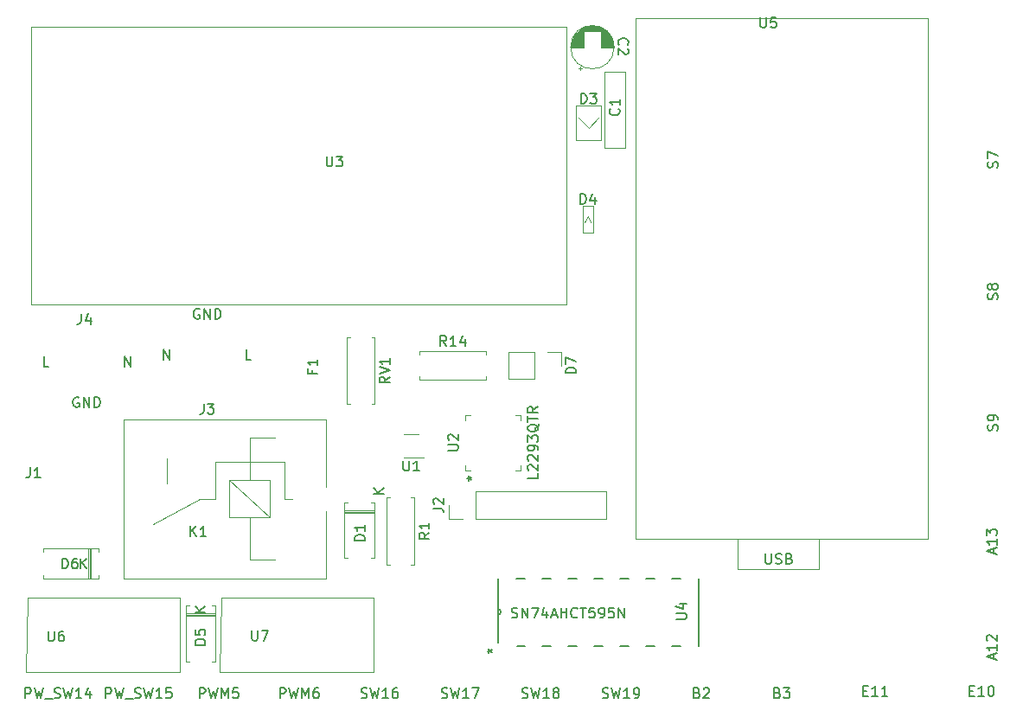
<source format=gbr>
G04 #@! TF.GenerationSoftware,KiCad,Pcbnew,5.1.5+dfsg1-2build2*
G04 #@! TF.CreationDate,2022-04-02T18:44:24-05:00*
G04 #@! TF.ProjectId,caden_final,63616465-6e5f-4666-996e-616c2e6b6963,rev?*
G04 #@! TF.SameCoordinates,Original*
G04 #@! TF.FileFunction,Legend,Top*
G04 #@! TF.FilePolarity,Positive*
%FSLAX46Y46*%
G04 Gerber Fmt 4.6, Leading zero omitted, Abs format (unit mm)*
G04 Created by KiCad (PCBNEW 5.1.5+dfsg1-2build2) date 2022-04-02 18:44:24*
%MOMM*%
%LPD*%
G04 APERTURE LIST*
%ADD10C,0.120000*%
%ADD11C,0.152400*%
%ADD12C,0.150000*%
G04 APERTURE END LIST*
D10*
X112560100Y-30187900D02*
X112560100Y-29692539D01*
X112560100Y-24777700D02*
X112064739Y-24777700D01*
X107149900Y-24777700D02*
X107149900Y-25273061D01*
X107149900Y-30187900D02*
X107645261Y-30187900D01*
X112064739Y-30187900D02*
X112560100Y-30187900D01*
X112560100Y-25273061D02*
X112560100Y-24777700D01*
X107645261Y-24777700D02*
X107149900Y-24777700D01*
X107149900Y-29692539D02*
X107149900Y-30187900D01*
X120793000Y1349500D02*
X122793000Y1349500D01*
X122793000Y1349500D02*
X122793000Y8849500D01*
X122793000Y8849500D02*
X120793000Y8849500D01*
X120793000Y8849500D02*
X120793000Y1349500D01*
X121690500Y11227500D02*
G75*
G03X121690500Y11227500I-2120000J0D01*
G01*
X120410500Y11227500D02*
X121650500Y11227500D01*
X117490500Y11227500D02*
X118730500Y11227500D01*
X120410500Y11267500D02*
X121650500Y11267500D01*
X117490500Y11267500D02*
X118730500Y11267500D01*
X120410500Y11307500D02*
X121649500Y11307500D01*
X117491500Y11307500D02*
X118730500Y11307500D01*
X117493500Y11347500D02*
X118730500Y11347500D01*
X120410500Y11347500D02*
X121647500Y11347500D01*
X117496500Y11387500D02*
X118730500Y11387500D01*
X120410500Y11387500D02*
X121644500Y11387500D01*
X117499500Y11427500D02*
X118730500Y11427500D01*
X120410500Y11427500D02*
X121641500Y11427500D01*
X117503500Y11467500D02*
X118730500Y11467500D01*
X120410500Y11467500D02*
X121637500Y11467500D01*
X117508500Y11507500D02*
X118730500Y11507500D01*
X120410500Y11507500D02*
X121632500Y11507500D01*
X117514500Y11547500D02*
X118730500Y11547500D01*
X120410500Y11547500D02*
X121626500Y11547500D01*
X117520500Y11587500D02*
X118730500Y11587500D01*
X120410500Y11587500D02*
X121620500Y11587500D01*
X117528500Y11627500D02*
X118730500Y11627500D01*
X120410500Y11627500D02*
X121612500Y11627500D01*
X117536500Y11667500D02*
X118730500Y11667500D01*
X120410500Y11667500D02*
X121604500Y11667500D01*
X117545500Y11707500D02*
X118730500Y11707500D01*
X120410500Y11707500D02*
X121595500Y11707500D01*
X117554500Y11747500D02*
X118730500Y11747500D01*
X120410500Y11747500D02*
X121586500Y11747500D01*
X117565500Y11787500D02*
X118730500Y11787500D01*
X120410500Y11787500D02*
X121575500Y11787500D01*
X117576500Y11827500D02*
X118730500Y11827500D01*
X120410500Y11827500D02*
X121564500Y11827500D01*
X117588500Y11867500D02*
X118730500Y11867500D01*
X120410500Y11867500D02*
X121552500Y11867500D01*
X117602500Y11907500D02*
X118730500Y11907500D01*
X120410500Y11907500D02*
X121538500Y11907500D01*
X117616500Y11948500D02*
X118730500Y11948500D01*
X120410500Y11948500D02*
X121524500Y11948500D01*
X117630500Y11988500D02*
X118730500Y11988500D01*
X120410500Y11988500D02*
X121510500Y11988500D01*
X117646500Y12028500D02*
X118730500Y12028500D01*
X120410500Y12028500D02*
X121494500Y12028500D01*
X117663500Y12068500D02*
X118730500Y12068500D01*
X120410500Y12068500D02*
X121477500Y12068500D01*
X117681500Y12108500D02*
X118730500Y12108500D01*
X120410500Y12108500D02*
X121459500Y12108500D01*
X117700500Y12148500D02*
X118730500Y12148500D01*
X120410500Y12148500D02*
X121440500Y12148500D01*
X117719500Y12188500D02*
X118730500Y12188500D01*
X120410500Y12188500D02*
X121421500Y12188500D01*
X117740500Y12228500D02*
X118730500Y12228500D01*
X120410500Y12228500D02*
X121400500Y12228500D01*
X117762500Y12268500D02*
X118730500Y12268500D01*
X120410500Y12268500D02*
X121378500Y12268500D01*
X117785500Y12308500D02*
X118730500Y12308500D01*
X120410500Y12308500D02*
X121355500Y12308500D01*
X117810500Y12348500D02*
X118730500Y12348500D01*
X120410500Y12348500D02*
X121330500Y12348500D01*
X117835500Y12388500D02*
X118730500Y12388500D01*
X120410500Y12388500D02*
X121305500Y12388500D01*
X117862500Y12428500D02*
X118730500Y12428500D01*
X120410500Y12428500D02*
X121278500Y12428500D01*
X117890500Y12468500D02*
X118730500Y12468500D01*
X120410500Y12468500D02*
X121250500Y12468500D01*
X117920500Y12508500D02*
X118730500Y12508500D01*
X120410500Y12508500D02*
X121220500Y12508500D01*
X117951500Y12548500D02*
X118730500Y12548500D01*
X120410500Y12548500D02*
X121189500Y12548500D01*
X117983500Y12588500D02*
X118730500Y12588500D01*
X120410500Y12588500D02*
X121157500Y12588500D01*
X118018500Y12628500D02*
X118730500Y12628500D01*
X120410500Y12628500D02*
X121122500Y12628500D01*
X118054500Y12668500D02*
X118730500Y12668500D01*
X120410500Y12668500D02*
X121086500Y12668500D01*
X118092500Y12708500D02*
X118730500Y12708500D01*
X120410500Y12708500D02*
X121048500Y12708500D01*
X118132500Y12748500D02*
X118730500Y12748500D01*
X120410500Y12748500D02*
X121008500Y12748500D01*
X118174500Y12788500D02*
X118730500Y12788500D01*
X120410500Y12788500D02*
X120966500Y12788500D01*
X118219500Y12828500D02*
X120921500Y12828500D01*
X118266500Y12868500D02*
X120874500Y12868500D01*
X118316500Y12908500D02*
X120824500Y12908500D01*
X118370500Y12948500D02*
X120770500Y12948500D01*
X118428500Y12988500D02*
X120712500Y12988500D01*
X118490500Y13028500D02*
X120650500Y13028500D01*
X118557500Y13068500D02*
X120583500Y13068500D01*
X118630500Y13108500D02*
X120510500Y13108500D01*
X118711500Y13148500D02*
X120429500Y13148500D01*
X118802500Y13188500D02*
X120338500Y13188500D01*
X118906500Y13228500D02*
X120234500Y13228500D01*
X119033500Y13268500D02*
X120107500Y13268500D01*
X119200500Y13308500D02*
X119940500Y13308500D01*
X118375500Y8957699D02*
X118375500Y9357699D01*
X118175500Y9157699D02*
X118575500Y9157699D01*
X120389500Y5510000D02*
X120389500Y2110000D01*
X120389500Y2110000D02*
X117989500Y2110000D01*
X117989500Y2110000D02*
X117989500Y5510000D01*
X117989500Y5510000D02*
X120389500Y5510000D01*
X120189500Y4310000D02*
X119189500Y3310000D01*
X119189500Y3310000D02*
X118189500Y4310000D01*
X118626000Y-6913500D02*
X118626000Y-4313500D01*
X118626000Y-4313500D02*
X119626000Y-4313500D01*
X119626000Y-4313500D02*
X119626000Y-6913500D01*
X119626000Y-6913500D02*
X118626000Y-6913500D01*
X118826000Y-5913500D02*
X119126000Y-5313500D01*
X119126000Y-5313500D02*
X119426000Y-5913500D01*
X111319000Y-18609000D02*
X111319000Y-21269000D01*
X113919000Y-18609000D02*
X111319000Y-18609000D01*
X113919000Y-21269000D02*
X111319000Y-21269000D01*
X113919000Y-18609000D02*
X113919000Y-21269000D01*
X115189000Y-18609000D02*
X116519000Y-18609000D01*
X116519000Y-18609000D02*
X116519000Y-19939000D01*
X120900500Y-34921500D02*
X120900500Y-32261500D01*
X108140500Y-34921500D02*
X120900500Y-34921500D01*
X108140500Y-32261500D02*
X120900500Y-32261500D01*
X108140500Y-34921500D02*
X108140500Y-32261500D01*
X106870500Y-34921500D02*
X105540500Y-34921500D01*
X105540500Y-34921500D02*
X105540500Y-33591500D01*
X93475000Y-31820000D02*
X93475000Y-25220000D01*
X93475000Y-40820000D02*
X93475000Y-34220000D01*
X93475000Y-40820000D02*
X73675000Y-40820000D01*
X73675000Y-40820000D02*
X73675000Y-25220000D01*
X73675000Y-25220000D02*
X93475000Y-25220000D01*
X77925000Y-31520000D02*
X77925000Y-29020000D01*
X88525000Y-26970000D02*
X86025000Y-26970000D01*
X89425000Y-32970000D02*
X90225000Y-32970000D01*
X86025000Y-38970000D02*
X88525000Y-38970000D01*
X82625000Y-32970000D02*
X81125000Y-32970000D01*
X81125000Y-32970000D02*
X76525000Y-35470000D01*
X82625000Y-29370000D02*
X89425000Y-29370000D01*
X82625000Y-32970000D02*
X82625000Y-29370000D01*
X89425000Y-32970000D02*
X89425000Y-29370000D01*
X86025000Y-38970000D02*
X86025000Y-34770000D01*
X86025000Y-31170000D02*
X86025000Y-26970000D01*
X84025000Y-31170000D02*
X88025000Y-34770000D01*
X88025000Y-31170000D02*
X88025000Y-34770000D01*
X88025000Y-34770000D02*
X84025000Y-34770000D01*
X84025000Y-34770000D02*
X84025000Y-31170000D01*
X84025000Y-31170000D02*
X88025000Y-31170000D01*
X101814500Y-32861500D02*
X102144500Y-32861500D01*
X102144500Y-32861500D02*
X102144500Y-39401500D01*
X102144500Y-39401500D02*
X101814500Y-39401500D01*
X99734500Y-32861500D02*
X99404500Y-32861500D01*
X99404500Y-32861500D02*
X99404500Y-39401500D01*
X99404500Y-39401500D02*
X99734500Y-39401500D01*
X102648000Y-18899000D02*
X102648000Y-18569000D01*
X102648000Y-18569000D02*
X109188000Y-18569000D01*
X109188000Y-18569000D02*
X109188000Y-18899000D01*
X102648000Y-20979000D02*
X102648000Y-21309000D01*
X102648000Y-21309000D02*
X109188000Y-21309000D01*
X109188000Y-21309000D02*
X109188000Y-20979000D01*
X95531000Y-23717000D02*
X95861000Y-23717000D01*
X95531000Y-17177000D02*
X95531000Y-23717000D01*
X95861000Y-17177000D02*
X95531000Y-17177000D01*
X98271000Y-23717000D02*
X97941000Y-23717000D01*
X98271000Y-17177000D02*
X98271000Y-23717000D01*
X97941000Y-17177000D02*
X98271000Y-17177000D01*
X101128600Y-28947600D02*
X103028600Y-28947600D01*
X102528600Y-26627600D02*
X101128600Y-26627600D01*
X64630000Y-13970000D02*
X117030000Y-13970000D01*
X117030000Y-13970000D02*
X117030000Y13230000D01*
X117030000Y13230000D02*
X64630000Y13230000D01*
X64630000Y13230000D02*
X64630000Y-13970000D01*
D11*
X129984500Y-47371000D02*
X129984500Y-40767000D01*
X128193431Y-40767000D02*
X127330569Y-40767000D01*
X110299500Y-40767000D02*
X110299500Y-47097835D01*
X112232440Y-47371000D02*
X112953431Y-47371000D01*
X114630569Y-47371000D02*
X115493431Y-47371000D01*
X117170569Y-47371000D02*
X118033431Y-47371000D01*
X119710569Y-47371000D02*
X120573431Y-47371000D01*
X122250569Y-47371000D02*
X123113431Y-47371000D01*
X124790569Y-47371000D02*
X125653431Y-47371000D01*
X127330569Y-47371000D02*
X128193431Y-47371000D01*
X125653431Y-40767000D02*
X124790569Y-40767000D01*
X123113431Y-40767000D02*
X122250569Y-40767000D01*
X120573431Y-40767000D02*
X119710569Y-40767000D01*
X118033431Y-40767000D02*
X117170569Y-40767000D01*
X115493431Y-40767000D02*
X114630569Y-40767000D01*
X112953431Y-40767000D02*
X112090569Y-40767000D01*
X110299500Y-44373800D02*
G75*
G03X110299500Y-43764200I0J304800D01*
G01*
D10*
X64261000Y-42674500D02*
X64131000Y-49974500D01*
X79191000Y-42694500D02*
X64261000Y-42674500D01*
X79191000Y-49974500D02*
X79191000Y-42694500D01*
X64131000Y-49974500D02*
X79191000Y-49974500D01*
X83117500Y-49962000D02*
X98177500Y-49962000D01*
X98177500Y-49962000D02*
X98177500Y-42682000D01*
X98177500Y-42682000D02*
X83247500Y-42662000D01*
X83247500Y-42662000D02*
X83117500Y-49962000D01*
X97914000Y-33348000D02*
X98244000Y-33348000D01*
X98244000Y-33348000D02*
X98244000Y-38788000D01*
X98244000Y-38788000D02*
X97914000Y-38788000D01*
X95634000Y-33348000D02*
X95304000Y-33348000D01*
X95304000Y-33348000D02*
X95304000Y-38788000D01*
X95304000Y-38788000D02*
X95634000Y-38788000D01*
X98244000Y-34248000D02*
X95304000Y-34248000D01*
X98244000Y-34368000D02*
X95304000Y-34368000D01*
X98244000Y-34128000D02*
X95304000Y-34128000D01*
X82686500Y-44224500D02*
X79746500Y-44224500D01*
X82686500Y-44464500D02*
X79746500Y-44464500D01*
X82686500Y-44344500D02*
X79746500Y-44344500D01*
X79746500Y-48884500D02*
X80076500Y-48884500D01*
X79746500Y-43444500D02*
X79746500Y-48884500D01*
X80076500Y-43444500D02*
X79746500Y-43444500D01*
X82686500Y-48884500D02*
X82356500Y-48884500D01*
X82686500Y-43444500D02*
X82686500Y-48884500D01*
X82356500Y-43444500D02*
X82686500Y-43444500D01*
X71236500Y-40446500D02*
X71236500Y-40776500D01*
X71236500Y-40776500D02*
X65796500Y-40776500D01*
X65796500Y-40776500D02*
X65796500Y-40446500D01*
X71236500Y-38166500D02*
X71236500Y-37836500D01*
X71236500Y-37836500D02*
X65796500Y-37836500D01*
X65796500Y-37836500D02*
X65796500Y-38166500D01*
X70336500Y-40776500D02*
X70336500Y-37836500D01*
X70216500Y-40776500D02*
X70216500Y-37836500D01*
X70456500Y-40776500D02*
X70456500Y-37836500D01*
X123779000Y-36903000D02*
X123779000Y14097000D01*
X123779000Y14097000D02*
X152400000Y14097000D01*
X152400000Y14097000D02*
X152400000Y-36877600D01*
X152400000Y-36880800D02*
X123779000Y-36903000D01*
X141779000Y-36903000D02*
X141779000Y-39903000D01*
X141779000Y-39903000D02*
X133779000Y-39903000D01*
X133779000Y-39903000D02*
X133779000Y-36903000D01*
D12*
X105433880Y-28244704D02*
X106243404Y-28244704D01*
X106338642Y-28197085D01*
X106386261Y-28149466D01*
X106433880Y-28054228D01*
X106433880Y-27863752D01*
X106386261Y-27768514D01*
X106338642Y-27720895D01*
X106243404Y-27673276D01*
X105433880Y-27673276D01*
X105529119Y-27244704D02*
X105481500Y-27197085D01*
X105433880Y-27101847D01*
X105433880Y-26863752D01*
X105481500Y-26768514D01*
X105529119Y-26720895D01*
X105624357Y-26673276D01*
X105719595Y-26673276D01*
X105862452Y-26720895D01*
X106433880Y-27292323D01*
X106433880Y-26673276D01*
X114244380Y-30482800D02*
X114244380Y-30958990D01*
X113244380Y-30958990D01*
X113339619Y-30197085D02*
X113292000Y-30149466D01*
X113244380Y-30054228D01*
X113244380Y-29816133D01*
X113292000Y-29720895D01*
X113339619Y-29673276D01*
X113434857Y-29625657D01*
X113530095Y-29625657D01*
X113672952Y-29673276D01*
X114244380Y-30244704D01*
X114244380Y-29625657D01*
X113339619Y-29244704D02*
X113292000Y-29197085D01*
X113244380Y-29101847D01*
X113244380Y-28863752D01*
X113292000Y-28768514D01*
X113339619Y-28720895D01*
X113434857Y-28673276D01*
X113530095Y-28673276D01*
X113672952Y-28720895D01*
X114244380Y-29292323D01*
X114244380Y-28673276D01*
X114244380Y-28197085D02*
X114244380Y-28006609D01*
X114196761Y-27911371D01*
X114149142Y-27863752D01*
X114006285Y-27768514D01*
X113815809Y-27720895D01*
X113434857Y-27720895D01*
X113339619Y-27768514D01*
X113292000Y-27816133D01*
X113244380Y-27911371D01*
X113244380Y-28101847D01*
X113292000Y-28197085D01*
X113339619Y-28244704D01*
X113434857Y-28292323D01*
X113672952Y-28292323D01*
X113768190Y-28244704D01*
X113815809Y-28197085D01*
X113863428Y-28101847D01*
X113863428Y-27911371D01*
X113815809Y-27816133D01*
X113768190Y-27768514D01*
X113672952Y-27720895D01*
X113244380Y-27387561D02*
X113244380Y-26768514D01*
X113625333Y-27101847D01*
X113625333Y-26958990D01*
X113672952Y-26863752D01*
X113720571Y-26816133D01*
X113815809Y-26768514D01*
X114053904Y-26768514D01*
X114149142Y-26816133D01*
X114196761Y-26863752D01*
X114244380Y-26958990D01*
X114244380Y-27244704D01*
X114196761Y-27339942D01*
X114149142Y-27387561D01*
X114339619Y-25673276D02*
X114292000Y-25768514D01*
X114196761Y-25863752D01*
X114053904Y-26006609D01*
X114006285Y-26101847D01*
X114006285Y-26197085D01*
X114244380Y-26149466D02*
X114196761Y-26244704D01*
X114101523Y-26339942D01*
X113911047Y-26387561D01*
X113577714Y-26387561D01*
X113387238Y-26339942D01*
X113292000Y-26244704D01*
X113244380Y-26149466D01*
X113244380Y-25958990D01*
X113292000Y-25863752D01*
X113387238Y-25768514D01*
X113577714Y-25720895D01*
X113911047Y-25720895D01*
X114101523Y-25768514D01*
X114196761Y-25863752D01*
X114244380Y-25958990D01*
X114244380Y-26149466D01*
X113244380Y-25435180D02*
X113244380Y-24863752D01*
X114244380Y-25149466D02*
X113244380Y-25149466D01*
X114244380Y-23958990D02*
X113768190Y-24292323D01*
X114244380Y-24530419D02*
X113244380Y-24530419D01*
X113244380Y-24149466D01*
X113292000Y-24054228D01*
X113339619Y-24006609D01*
X113434857Y-23958990D01*
X113577714Y-23958990D01*
X113672952Y-24006609D01*
X113720571Y-24054228D01*
X113768190Y-24149466D01*
X113768190Y-24530419D01*
X107307380Y-31000700D02*
X107545476Y-31000700D01*
X107450238Y-31238795D02*
X107545476Y-31000700D01*
X107450238Y-30762604D01*
X107735952Y-31143557D02*
X107545476Y-31000700D01*
X107735952Y-30857842D01*
X107307380Y-31000700D02*
X107545476Y-31000700D01*
X107450238Y-31238795D02*
X107545476Y-31000700D01*
X107450238Y-30762604D01*
X107735952Y-31143557D02*
X107545476Y-31000700D01*
X107735952Y-30857842D01*
X158885166Y-48688476D02*
X158885166Y-48212285D01*
X159170880Y-48783714D02*
X158170880Y-48450380D01*
X159170880Y-48117047D01*
X159170880Y-47259904D02*
X159170880Y-47831333D01*
X159170880Y-47545619D02*
X158170880Y-47545619D01*
X158313738Y-47640857D01*
X158408976Y-47736095D01*
X158456595Y-47831333D01*
X158266119Y-46878952D02*
X158218500Y-46831333D01*
X158170880Y-46736095D01*
X158170880Y-46498000D01*
X158218500Y-46402761D01*
X158266119Y-46355142D01*
X158361357Y-46307523D01*
X158456595Y-46307523D01*
X158599452Y-46355142D01*
X159170880Y-46926571D01*
X159170880Y-46307523D01*
X158885166Y-38337976D02*
X158885166Y-37861785D01*
X159170880Y-38433214D02*
X158170880Y-38099880D01*
X159170880Y-37766547D01*
X159170880Y-36909404D02*
X159170880Y-37480833D01*
X159170880Y-37195119D02*
X158170880Y-37195119D01*
X158313738Y-37290357D01*
X158408976Y-37385595D01*
X158456595Y-37480833D01*
X158170880Y-36576071D02*
X158170880Y-35957023D01*
X158551833Y-36290357D01*
X158551833Y-36147500D01*
X158599452Y-36052261D01*
X158647071Y-36004642D01*
X158742309Y-35957023D01*
X158980404Y-35957023D01*
X159075642Y-36004642D01*
X159123261Y-36052261D01*
X159170880Y-36147500D01*
X159170880Y-36433214D01*
X159123261Y-36528452D01*
X159075642Y-36576071D01*
X129833738Y-51976571D02*
X129976595Y-52024190D01*
X130024214Y-52071809D01*
X130071833Y-52167047D01*
X130071833Y-52309904D01*
X130024214Y-52405142D01*
X129976595Y-52452761D01*
X129881357Y-52500380D01*
X129500404Y-52500380D01*
X129500404Y-51500380D01*
X129833738Y-51500380D01*
X129928976Y-51548000D01*
X129976595Y-51595619D01*
X130024214Y-51690857D01*
X130024214Y-51786095D01*
X129976595Y-51881333D01*
X129928976Y-51928952D01*
X129833738Y-51976571D01*
X129500404Y-51976571D01*
X130452785Y-51595619D02*
X130500404Y-51548000D01*
X130595642Y-51500380D01*
X130833738Y-51500380D01*
X130928976Y-51548000D01*
X130976595Y-51595619D01*
X131024214Y-51690857D01*
X131024214Y-51786095D01*
X130976595Y-51928952D01*
X130405166Y-52500380D01*
X131024214Y-52500380D01*
X137707738Y-51976571D02*
X137850595Y-52024190D01*
X137898214Y-52071809D01*
X137945833Y-52167047D01*
X137945833Y-52309904D01*
X137898214Y-52405142D01*
X137850595Y-52452761D01*
X137755357Y-52500380D01*
X137374404Y-52500380D01*
X137374404Y-51500380D01*
X137707738Y-51500380D01*
X137802976Y-51548000D01*
X137850595Y-51595619D01*
X137898214Y-51690857D01*
X137898214Y-51786095D01*
X137850595Y-51881333D01*
X137802976Y-51928952D01*
X137707738Y-51976571D01*
X137374404Y-51976571D01*
X138279166Y-51500380D02*
X138898214Y-51500380D01*
X138564880Y-51881333D01*
X138707738Y-51881333D01*
X138802976Y-51928952D01*
X138850595Y-51976571D01*
X138898214Y-52071809D01*
X138898214Y-52309904D01*
X138850595Y-52405142D01*
X138802976Y-52452761D01*
X138707738Y-52500380D01*
X138422023Y-52500380D01*
X138326785Y-52452761D01*
X138279166Y-52405142D01*
X122150142Y5182833D02*
X122197761Y5135214D01*
X122245380Y4992357D01*
X122245380Y4897119D01*
X122197761Y4754261D01*
X122102523Y4659023D01*
X122007285Y4611404D01*
X121816809Y4563785D01*
X121673952Y4563785D01*
X121483476Y4611404D01*
X121388238Y4659023D01*
X121293000Y4754261D01*
X121245380Y4897119D01*
X121245380Y4992357D01*
X121293000Y5135214D01*
X121340619Y5182833D01*
X122245380Y6135214D02*
X122245380Y5563785D01*
X122245380Y5849500D02*
X121245380Y5849500D01*
X121388238Y5754261D01*
X121483476Y5659023D01*
X121531095Y5563785D01*
X122197857Y11469666D02*
X122150238Y11517285D01*
X122102619Y11660142D01*
X122102619Y11755380D01*
X122150238Y11898238D01*
X122245476Y11993476D01*
X122340714Y12041095D01*
X122531190Y12088714D01*
X122674047Y12088714D01*
X122864523Y12041095D01*
X122959761Y11993476D01*
X123055000Y11898238D01*
X123102619Y11755380D01*
X123102619Y11660142D01*
X123055000Y11517285D01*
X123007380Y11469666D01*
X123007380Y11088714D02*
X123055000Y11041095D01*
X123102619Y10945857D01*
X123102619Y10707761D01*
X123055000Y10612523D01*
X123007380Y10564904D01*
X122912142Y10517285D01*
X122816904Y10517285D01*
X122674047Y10564904D01*
X122102619Y11136333D01*
X122102619Y10517285D01*
X118451404Y5707119D02*
X118451404Y6707119D01*
X118689500Y6707119D01*
X118832357Y6659500D01*
X118927595Y6564261D01*
X118975214Y6469023D01*
X119022833Y6278547D01*
X119022833Y6135690D01*
X118975214Y5945214D01*
X118927595Y5849976D01*
X118832357Y5754738D01*
X118689500Y5707119D01*
X118451404Y5707119D01*
X119356166Y6707119D02*
X119975214Y6707119D01*
X119641880Y6326166D01*
X119784738Y6326166D01*
X119879976Y6278547D01*
X119927595Y6230928D01*
X119975214Y6135690D01*
X119975214Y5897595D01*
X119927595Y5802357D01*
X119879976Y5754738D01*
X119784738Y5707119D01*
X119499023Y5707119D01*
X119403785Y5754738D01*
X119356166Y5802357D01*
X118387904Y-4135380D02*
X118387904Y-3135380D01*
X118626000Y-3135380D01*
X118768857Y-3183000D01*
X118864095Y-3278238D01*
X118911714Y-3373476D01*
X118959333Y-3563952D01*
X118959333Y-3706809D01*
X118911714Y-3897285D01*
X118864095Y-3992523D01*
X118768857Y-4087761D01*
X118626000Y-4135380D01*
X118387904Y-4135380D01*
X119816476Y-3468714D02*
X119816476Y-4135380D01*
X119578380Y-3087761D02*
X119340285Y-3802047D01*
X119959333Y-3802047D01*
X117971380Y-20677095D02*
X116971380Y-20677095D01*
X116971380Y-20439000D01*
X117019000Y-20296142D01*
X117114238Y-20200904D01*
X117209476Y-20153285D01*
X117399952Y-20105666D01*
X117542809Y-20105666D01*
X117733285Y-20153285D01*
X117828523Y-20200904D01*
X117923761Y-20296142D01*
X117971380Y-20439000D01*
X117971380Y-20677095D01*
X116971380Y-19772333D02*
X116971380Y-19105666D01*
X117971380Y-19534238D01*
X156503833Y-51776571D02*
X156837166Y-51776571D01*
X156980023Y-52300380D02*
X156503833Y-52300380D01*
X156503833Y-51300380D01*
X156980023Y-51300380D01*
X157932404Y-52300380D02*
X157360976Y-52300380D01*
X157646690Y-52300380D02*
X157646690Y-51300380D01*
X157551452Y-51443238D01*
X157456214Y-51538476D01*
X157360976Y-51586095D01*
X158551452Y-51300380D02*
X158646690Y-51300380D01*
X158741928Y-51348000D01*
X158789547Y-51395619D01*
X158837166Y-51490857D01*
X158884785Y-51681333D01*
X158884785Y-51919428D01*
X158837166Y-52109904D01*
X158789547Y-52205142D01*
X158741928Y-52252761D01*
X158646690Y-52300380D01*
X158551452Y-52300380D01*
X158456214Y-52252761D01*
X158408595Y-52205142D01*
X158360976Y-52109904D01*
X158313357Y-51919428D01*
X158313357Y-51681333D01*
X158360976Y-51490857D01*
X158408595Y-51395619D01*
X158456214Y-51348000D01*
X158551452Y-51300380D01*
X146089833Y-51776571D02*
X146423166Y-51776571D01*
X146566023Y-52300380D02*
X146089833Y-52300380D01*
X146089833Y-51300380D01*
X146566023Y-51300380D01*
X147518404Y-52300380D02*
X146946976Y-52300380D01*
X147232690Y-52300380D02*
X147232690Y-51300380D01*
X147137452Y-51443238D01*
X147042214Y-51538476D01*
X146946976Y-51586095D01*
X148470785Y-52300380D02*
X147899357Y-52300380D01*
X148185071Y-52300380D02*
X148185071Y-51300380D01*
X148089833Y-51443238D01*
X147994595Y-51538476D01*
X147899357Y-51586095D01*
X92162071Y-20395833D02*
X92162071Y-20729166D01*
X92685880Y-20729166D02*
X91685880Y-20729166D01*
X91685880Y-20252976D01*
X92685880Y-19348214D02*
X92685880Y-19919642D01*
X92685880Y-19633928D02*
X91685880Y-19633928D01*
X91828738Y-19729166D01*
X91923976Y-19824404D01*
X91971595Y-19919642D01*
X64523166Y-29915880D02*
X64523166Y-30630166D01*
X64475547Y-30773023D01*
X64380309Y-30868261D01*
X64237452Y-30915880D01*
X64142214Y-30915880D01*
X65523166Y-30915880D02*
X64951738Y-30915880D01*
X65237452Y-30915880D02*
X65237452Y-29915880D01*
X65142214Y-30058738D01*
X65046976Y-30153976D01*
X64951738Y-30201595D01*
X103992880Y-33924833D02*
X104707166Y-33924833D01*
X104850023Y-33972452D01*
X104945261Y-34067690D01*
X104992880Y-34210547D01*
X104992880Y-34305785D01*
X104088119Y-33496261D02*
X104040500Y-33448642D01*
X103992880Y-33353404D01*
X103992880Y-33115309D01*
X104040500Y-33020071D01*
X104088119Y-32972452D01*
X104183357Y-32924833D01*
X104278595Y-32924833D01*
X104421452Y-32972452D01*
X104992880Y-33543880D01*
X104992880Y-32924833D01*
X81518166Y-23668880D02*
X81518166Y-24383166D01*
X81470547Y-24526023D01*
X81375309Y-24621261D01*
X81232452Y-24668880D01*
X81137214Y-24668880D01*
X81899119Y-23668880D02*
X82518166Y-23668880D01*
X82184833Y-24049833D01*
X82327690Y-24049833D01*
X82422928Y-24097452D01*
X82470547Y-24145071D01*
X82518166Y-24240309D01*
X82518166Y-24478404D01*
X82470547Y-24573642D01*
X82422928Y-24621261D01*
X82327690Y-24668880D01*
X82041976Y-24668880D01*
X81946738Y-24621261D01*
X81899119Y-24573642D01*
X77565785Y-19368880D02*
X77565785Y-18368880D01*
X78137214Y-19368880D01*
X78137214Y-18368880D01*
X81089595Y-14416500D02*
X80994357Y-14368880D01*
X80851500Y-14368880D01*
X80708642Y-14416500D01*
X80613404Y-14511738D01*
X80565785Y-14606976D01*
X80518166Y-14797452D01*
X80518166Y-14940309D01*
X80565785Y-15130785D01*
X80613404Y-15226023D01*
X80708642Y-15321261D01*
X80851500Y-15368880D01*
X80946738Y-15368880D01*
X81089595Y-15321261D01*
X81137214Y-15273642D01*
X81137214Y-14940309D01*
X80946738Y-14940309D01*
X81565785Y-15368880D02*
X81565785Y-14368880D01*
X82137214Y-15368880D01*
X82137214Y-14368880D01*
X82613404Y-15368880D02*
X82613404Y-14368880D01*
X82851500Y-14368880D01*
X82994357Y-14416500D01*
X83089595Y-14511738D01*
X83137214Y-14606976D01*
X83184833Y-14797452D01*
X83184833Y-14940309D01*
X83137214Y-15130785D01*
X83089595Y-15226023D01*
X82994357Y-15321261D01*
X82851500Y-15368880D01*
X82613404Y-15368880D01*
X86161023Y-19368880D02*
X85684833Y-19368880D01*
X85684833Y-18368880D01*
X69516666Y-14882880D02*
X69516666Y-15597166D01*
X69469047Y-15740023D01*
X69373809Y-15835261D01*
X69230952Y-15882880D01*
X69135714Y-15882880D01*
X70421428Y-15216214D02*
X70421428Y-15882880D01*
X70183333Y-14835261D02*
X69945238Y-15549547D01*
X70564285Y-15549547D01*
X66350023Y-20016880D02*
X65873833Y-20016880D01*
X65873833Y-19016880D01*
X69278595Y-23064500D02*
X69183357Y-23016880D01*
X69040500Y-23016880D01*
X68897642Y-23064500D01*
X68802404Y-23159738D01*
X68754785Y-23254976D01*
X68707166Y-23445452D01*
X68707166Y-23588309D01*
X68754785Y-23778785D01*
X68802404Y-23874023D01*
X68897642Y-23969261D01*
X69040500Y-24016880D01*
X69135738Y-24016880D01*
X69278595Y-23969261D01*
X69326214Y-23921642D01*
X69326214Y-23588309D01*
X69135738Y-23588309D01*
X69754785Y-24016880D02*
X69754785Y-23016880D01*
X70326214Y-24016880D01*
X70326214Y-23016880D01*
X70802404Y-24016880D02*
X70802404Y-23016880D01*
X71040500Y-23016880D01*
X71183357Y-23064500D01*
X71278595Y-23159738D01*
X71326214Y-23254976D01*
X71373833Y-23445452D01*
X71373833Y-23588309D01*
X71326214Y-23778785D01*
X71278595Y-23874023D01*
X71183357Y-23969261D01*
X71040500Y-24016880D01*
X70802404Y-24016880D01*
X73754785Y-20016880D02*
X73754785Y-19016880D01*
X74326214Y-20016880D01*
X74326214Y-19016880D01*
X80224404Y-36647380D02*
X80224404Y-35647380D01*
X80795833Y-36647380D02*
X80367261Y-36075952D01*
X80795833Y-35647380D02*
X80224404Y-36218809D01*
X81748214Y-36647380D02*
X81176785Y-36647380D01*
X81462500Y-36647380D02*
X81462500Y-35647380D01*
X81367261Y-35790238D01*
X81272023Y-35885476D01*
X81176785Y-35933095D01*
X64032214Y-52500380D02*
X64032214Y-51500380D01*
X64413166Y-51500380D01*
X64508404Y-51548000D01*
X64556023Y-51595619D01*
X64603642Y-51690857D01*
X64603642Y-51833714D01*
X64556023Y-51928952D01*
X64508404Y-51976571D01*
X64413166Y-52024190D01*
X64032214Y-52024190D01*
X64936976Y-51500380D02*
X65175071Y-52500380D01*
X65365547Y-51786095D01*
X65556023Y-52500380D01*
X65794119Y-51500380D01*
X65936976Y-52595619D02*
X66698880Y-52595619D01*
X66889357Y-52452761D02*
X67032214Y-52500380D01*
X67270309Y-52500380D01*
X67365547Y-52452761D01*
X67413166Y-52405142D01*
X67460785Y-52309904D01*
X67460785Y-52214666D01*
X67413166Y-52119428D01*
X67365547Y-52071809D01*
X67270309Y-52024190D01*
X67079833Y-51976571D01*
X66984595Y-51928952D01*
X66936976Y-51881333D01*
X66889357Y-51786095D01*
X66889357Y-51690857D01*
X66936976Y-51595619D01*
X66984595Y-51548000D01*
X67079833Y-51500380D01*
X67317928Y-51500380D01*
X67460785Y-51548000D01*
X67794119Y-51500380D02*
X68032214Y-52500380D01*
X68222690Y-51786095D01*
X68413166Y-52500380D01*
X68651261Y-51500380D01*
X69556023Y-52500380D02*
X68984595Y-52500380D01*
X69270309Y-52500380D02*
X69270309Y-51500380D01*
X69175071Y-51643238D01*
X69079833Y-51738476D01*
X68984595Y-51786095D01*
X70413166Y-51833714D02*
X70413166Y-52500380D01*
X70175071Y-51452761D02*
X69936976Y-52167047D01*
X70556023Y-52167047D01*
X71906214Y-52500380D02*
X71906214Y-51500380D01*
X72287166Y-51500380D01*
X72382404Y-51548000D01*
X72430023Y-51595619D01*
X72477642Y-51690857D01*
X72477642Y-51833714D01*
X72430023Y-51928952D01*
X72382404Y-51976571D01*
X72287166Y-52024190D01*
X71906214Y-52024190D01*
X72810976Y-51500380D02*
X73049071Y-52500380D01*
X73239547Y-51786095D01*
X73430023Y-52500380D01*
X73668119Y-51500380D01*
X73810976Y-52595619D02*
X74572880Y-52595619D01*
X74763357Y-52452761D02*
X74906214Y-52500380D01*
X75144309Y-52500380D01*
X75239547Y-52452761D01*
X75287166Y-52405142D01*
X75334785Y-52309904D01*
X75334785Y-52214666D01*
X75287166Y-52119428D01*
X75239547Y-52071809D01*
X75144309Y-52024190D01*
X74953833Y-51976571D01*
X74858595Y-51928952D01*
X74810976Y-51881333D01*
X74763357Y-51786095D01*
X74763357Y-51690857D01*
X74810976Y-51595619D01*
X74858595Y-51548000D01*
X74953833Y-51500380D01*
X75191928Y-51500380D01*
X75334785Y-51548000D01*
X75668119Y-51500380D02*
X75906214Y-52500380D01*
X76096690Y-51786095D01*
X76287166Y-52500380D01*
X76525261Y-51500380D01*
X77430023Y-52500380D02*
X76858595Y-52500380D01*
X77144309Y-52500380D02*
X77144309Y-51500380D01*
X77049071Y-51643238D01*
X76953833Y-51738476D01*
X76858595Y-51786095D01*
X78334785Y-51500380D02*
X77858595Y-51500380D01*
X77810976Y-51976571D01*
X77858595Y-51928952D01*
X77953833Y-51881333D01*
X78191928Y-51881333D01*
X78287166Y-51928952D01*
X78334785Y-51976571D01*
X78382404Y-52071809D01*
X78382404Y-52309904D01*
X78334785Y-52405142D01*
X78287166Y-52452761D01*
X78191928Y-52500380D01*
X77953833Y-52500380D01*
X77858595Y-52452761D01*
X77810976Y-52405142D01*
X81113547Y-52500380D02*
X81113547Y-51500380D01*
X81494500Y-51500380D01*
X81589738Y-51548000D01*
X81637357Y-51595619D01*
X81684976Y-51690857D01*
X81684976Y-51833714D01*
X81637357Y-51928952D01*
X81589738Y-51976571D01*
X81494500Y-52024190D01*
X81113547Y-52024190D01*
X82018309Y-51500380D02*
X82256404Y-52500380D01*
X82446880Y-51786095D01*
X82637357Y-52500380D01*
X82875452Y-51500380D01*
X83256404Y-52500380D02*
X83256404Y-51500380D01*
X83589738Y-52214666D01*
X83923071Y-51500380D01*
X83923071Y-52500380D01*
X84875452Y-51500380D02*
X84399261Y-51500380D01*
X84351642Y-51976571D01*
X84399261Y-51928952D01*
X84494500Y-51881333D01*
X84732595Y-51881333D01*
X84827833Y-51928952D01*
X84875452Y-51976571D01*
X84923071Y-52071809D01*
X84923071Y-52309904D01*
X84875452Y-52405142D01*
X84827833Y-52452761D01*
X84732595Y-52500380D01*
X84494500Y-52500380D01*
X84399261Y-52452761D01*
X84351642Y-52405142D01*
X88987547Y-52500380D02*
X88987547Y-51500380D01*
X89368500Y-51500380D01*
X89463738Y-51548000D01*
X89511357Y-51595619D01*
X89558976Y-51690857D01*
X89558976Y-51833714D01*
X89511357Y-51928952D01*
X89463738Y-51976571D01*
X89368500Y-52024190D01*
X88987547Y-52024190D01*
X89892309Y-51500380D02*
X90130404Y-52500380D01*
X90320880Y-51786095D01*
X90511357Y-52500380D01*
X90749452Y-51500380D01*
X91130404Y-52500380D02*
X91130404Y-51500380D01*
X91463738Y-52214666D01*
X91797071Y-51500380D01*
X91797071Y-52500380D01*
X92701833Y-51500380D02*
X92511357Y-51500380D01*
X92416119Y-51548000D01*
X92368500Y-51595619D01*
X92273261Y-51738476D01*
X92225642Y-51928952D01*
X92225642Y-52309904D01*
X92273261Y-52405142D01*
X92320880Y-52452761D01*
X92416119Y-52500380D01*
X92606595Y-52500380D01*
X92701833Y-52452761D01*
X92749452Y-52405142D01*
X92797071Y-52309904D01*
X92797071Y-52071809D01*
X92749452Y-51976571D01*
X92701833Y-51928952D01*
X92606595Y-51881333D01*
X92416119Y-51881333D01*
X92320880Y-51928952D01*
X92273261Y-51976571D01*
X92225642Y-52071809D01*
X103596880Y-36298166D02*
X103120690Y-36631500D01*
X103596880Y-36869595D02*
X102596880Y-36869595D01*
X102596880Y-36488642D01*
X102644500Y-36393404D01*
X102692119Y-36345785D01*
X102787357Y-36298166D01*
X102930214Y-36298166D01*
X103025452Y-36345785D01*
X103073071Y-36393404D01*
X103120690Y-36488642D01*
X103120690Y-36869595D01*
X103596880Y-35345785D02*
X103596880Y-35917214D01*
X103596880Y-35631500D02*
X102596880Y-35631500D01*
X102739738Y-35726738D01*
X102834976Y-35821976D01*
X102882595Y-35917214D01*
X105275142Y-18021380D02*
X104941809Y-17545190D01*
X104703714Y-18021380D02*
X104703714Y-17021380D01*
X105084666Y-17021380D01*
X105179904Y-17069000D01*
X105227523Y-17116619D01*
X105275142Y-17211857D01*
X105275142Y-17354714D01*
X105227523Y-17449952D01*
X105179904Y-17497571D01*
X105084666Y-17545190D01*
X104703714Y-17545190D01*
X106227523Y-18021380D02*
X105656095Y-18021380D01*
X105941809Y-18021380D02*
X105941809Y-17021380D01*
X105846571Y-17164238D01*
X105751333Y-17259476D01*
X105656095Y-17307095D01*
X107084666Y-17354714D02*
X107084666Y-18021380D01*
X106846571Y-16973761D02*
X106608476Y-17688047D01*
X107227523Y-17688047D01*
X99723380Y-21042238D02*
X99247190Y-21375571D01*
X99723380Y-21613666D02*
X98723380Y-21613666D01*
X98723380Y-21232714D01*
X98771000Y-21137476D01*
X98818619Y-21089857D01*
X98913857Y-21042238D01*
X99056714Y-21042238D01*
X99151952Y-21089857D01*
X99199571Y-21137476D01*
X99247190Y-21232714D01*
X99247190Y-21613666D01*
X98723380Y-20756523D02*
X99723380Y-20423190D01*
X98723380Y-20089857D01*
X99723380Y-19232714D02*
X99723380Y-19804142D01*
X99723380Y-19518428D02*
X98723380Y-19518428D01*
X98866238Y-19613666D01*
X98961476Y-19708904D01*
X99009095Y-19804142D01*
X159223261Y-571404D02*
X159270880Y-428547D01*
X159270880Y-190452D01*
X159223261Y-95214D01*
X159175642Y-47595D01*
X159080404Y23D01*
X158985166Y23D01*
X158889928Y-47595D01*
X158842309Y-95214D01*
X158794690Y-190452D01*
X158747071Y-380928D01*
X158699452Y-476166D01*
X158651833Y-523785D01*
X158556595Y-571404D01*
X158461357Y-571404D01*
X158366119Y-523785D01*
X158318500Y-476166D01*
X158270880Y-380928D01*
X158270880Y-142833D01*
X158318500Y23D01*
X158270880Y333357D02*
X158270880Y1000023D01*
X159270880Y571452D01*
X159223261Y-13461904D02*
X159270880Y-13319047D01*
X159270880Y-13080952D01*
X159223261Y-12985714D01*
X159175642Y-12938095D01*
X159080404Y-12890476D01*
X158985166Y-12890476D01*
X158889928Y-12938095D01*
X158842309Y-12985714D01*
X158794690Y-13080952D01*
X158747071Y-13271428D01*
X158699452Y-13366666D01*
X158651833Y-13414285D01*
X158556595Y-13461904D01*
X158461357Y-13461904D01*
X158366119Y-13414285D01*
X158318500Y-13366666D01*
X158270880Y-13271428D01*
X158270880Y-13033333D01*
X158318500Y-12890476D01*
X158699452Y-12319047D02*
X158651833Y-12414285D01*
X158604214Y-12461904D01*
X158508976Y-12509523D01*
X158461357Y-12509523D01*
X158366119Y-12461904D01*
X158318500Y-12414285D01*
X158270880Y-12319047D01*
X158270880Y-12128571D01*
X158318500Y-12033333D01*
X158366119Y-11985714D01*
X158461357Y-11938095D01*
X158508976Y-11938095D01*
X158604214Y-11985714D01*
X158651833Y-12033333D01*
X158699452Y-12128571D01*
X158699452Y-12319047D01*
X158747071Y-12414285D01*
X158794690Y-12461904D01*
X158889928Y-12509523D01*
X159080404Y-12509523D01*
X159175642Y-12461904D01*
X159223261Y-12414285D01*
X159270880Y-12319047D01*
X159270880Y-12128571D01*
X159223261Y-12033333D01*
X159175642Y-11985714D01*
X159080404Y-11938095D01*
X158889928Y-11938095D01*
X158794690Y-11985714D01*
X158747071Y-12033333D01*
X158699452Y-12128571D01*
X159223261Y-26288904D02*
X159270880Y-26146047D01*
X159270880Y-25907952D01*
X159223261Y-25812714D01*
X159175642Y-25765095D01*
X159080404Y-25717476D01*
X158985166Y-25717476D01*
X158889928Y-25765095D01*
X158842309Y-25812714D01*
X158794690Y-25907952D01*
X158747071Y-26098428D01*
X158699452Y-26193666D01*
X158651833Y-26241285D01*
X158556595Y-26288904D01*
X158461357Y-26288904D01*
X158366119Y-26241285D01*
X158318500Y-26193666D01*
X158270880Y-26098428D01*
X158270880Y-25860333D01*
X158318500Y-25717476D01*
X159270880Y-25241285D02*
X159270880Y-25050809D01*
X159223261Y-24955571D01*
X159175642Y-24907952D01*
X159032785Y-24812714D01*
X158842309Y-24765095D01*
X158461357Y-24765095D01*
X158366119Y-24812714D01*
X158318500Y-24860333D01*
X158270880Y-24955571D01*
X158270880Y-25146047D01*
X158318500Y-25241285D01*
X158366119Y-25288904D01*
X158461357Y-25336523D01*
X158699452Y-25336523D01*
X158794690Y-25288904D01*
X158842309Y-25241285D01*
X158889928Y-25146047D01*
X158889928Y-24955571D01*
X158842309Y-24860333D01*
X158794690Y-24812714D01*
X158699452Y-24765095D01*
X96932976Y-52452761D02*
X97075833Y-52500380D01*
X97313928Y-52500380D01*
X97409166Y-52452761D01*
X97456785Y-52405142D01*
X97504404Y-52309904D01*
X97504404Y-52214666D01*
X97456785Y-52119428D01*
X97409166Y-52071809D01*
X97313928Y-52024190D01*
X97123452Y-51976571D01*
X97028214Y-51928952D01*
X96980595Y-51881333D01*
X96932976Y-51786095D01*
X96932976Y-51690857D01*
X96980595Y-51595619D01*
X97028214Y-51548000D01*
X97123452Y-51500380D01*
X97361547Y-51500380D01*
X97504404Y-51548000D01*
X97837738Y-51500380D02*
X98075833Y-52500380D01*
X98266309Y-51786095D01*
X98456785Y-52500380D01*
X98694880Y-51500380D01*
X99599642Y-52500380D02*
X99028214Y-52500380D01*
X99313928Y-52500380D02*
X99313928Y-51500380D01*
X99218690Y-51643238D01*
X99123452Y-51738476D01*
X99028214Y-51786095D01*
X100456785Y-51500380D02*
X100266309Y-51500380D01*
X100171071Y-51548000D01*
X100123452Y-51595619D01*
X100028214Y-51738476D01*
X99980595Y-51928952D01*
X99980595Y-52309904D01*
X100028214Y-52405142D01*
X100075833Y-52452761D01*
X100171071Y-52500380D01*
X100361547Y-52500380D01*
X100456785Y-52452761D01*
X100504404Y-52405142D01*
X100552023Y-52309904D01*
X100552023Y-52071809D01*
X100504404Y-51976571D01*
X100456785Y-51928952D01*
X100361547Y-51881333D01*
X100171071Y-51881333D01*
X100075833Y-51928952D01*
X100028214Y-51976571D01*
X99980595Y-52071809D01*
X104806976Y-52452761D02*
X104949833Y-52500380D01*
X105187928Y-52500380D01*
X105283166Y-52452761D01*
X105330785Y-52405142D01*
X105378404Y-52309904D01*
X105378404Y-52214666D01*
X105330785Y-52119428D01*
X105283166Y-52071809D01*
X105187928Y-52024190D01*
X104997452Y-51976571D01*
X104902214Y-51928952D01*
X104854595Y-51881333D01*
X104806976Y-51786095D01*
X104806976Y-51690857D01*
X104854595Y-51595619D01*
X104902214Y-51548000D01*
X104997452Y-51500380D01*
X105235547Y-51500380D01*
X105378404Y-51548000D01*
X105711738Y-51500380D02*
X105949833Y-52500380D01*
X106140309Y-51786095D01*
X106330785Y-52500380D01*
X106568880Y-51500380D01*
X107473642Y-52500380D02*
X106902214Y-52500380D01*
X107187928Y-52500380D02*
X107187928Y-51500380D01*
X107092690Y-51643238D01*
X106997452Y-51738476D01*
X106902214Y-51786095D01*
X107806976Y-51500380D02*
X108473642Y-51500380D01*
X108045071Y-52500380D01*
X112680976Y-52452761D02*
X112823833Y-52500380D01*
X113061928Y-52500380D01*
X113157166Y-52452761D01*
X113204785Y-52405142D01*
X113252404Y-52309904D01*
X113252404Y-52214666D01*
X113204785Y-52119428D01*
X113157166Y-52071809D01*
X113061928Y-52024190D01*
X112871452Y-51976571D01*
X112776214Y-51928952D01*
X112728595Y-51881333D01*
X112680976Y-51786095D01*
X112680976Y-51690857D01*
X112728595Y-51595619D01*
X112776214Y-51548000D01*
X112871452Y-51500380D01*
X113109547Y-51500380D01*
X113252404Y-51548000D01*
X113585738Y-51500380D02*
X113823833Y-52500380D01*
X114014309Y-51786095D01*
X114204785Y-52500380D01*
X114442880Y-51500380D01*
X115347642Y-52500380D02*
X114776214Y-52500380D01*
X115061928Y-52500380D02*
X115061928Y-51500380D01*
X114966690Y-51643238D01*
X114871452Y-51738476D01*
X114776214Y-51786095D01*
X115919071Y-51928952D02*
X115823833Y-51881333D01*
X115776214Y-51833714D01*
X115728595Y-51738476D01*
X115728595Y-51690857D01*
X115776214Y-51595619D01*
X115823833Y-51548000D01*
X115919071Y-51500380D01*
X116109547Y-51500380D01*
X116204785Y-51548000D01*
X116252404Y-51595619D01*
X116300023Y-51690857D01*
X116300023Y-51738476D01*
X116252404Y-51833714D01*
X116204785Y-51881333D01*
X116109547Y-51928952D01*
X115919071Y-51928952D01*
X115823833Y-51976571D01*
X115776214Y-52024190D01*
X115728595Y-52119428D01*
X115728595Y-52309904D01*
X115776214Y-52405142D01*
X115823833Y-52452761D01*
X115919071Y-52500380D01*
X116109547Y-52500380D01*
X116204785Y-52452761D01*
X116252404Y-52405142D01*
X116300023Y-52309904D01*
X116300023Y-52119428D01*
X116252404Y-52024190D01*
X116204785Y-51976571D01*
X116109547Y-51928952D01*
X120554976Y-52452761D02*
X120697833Y-52500380D01*
X120935928Y-52500380D01*
X121031166Y-52452761D01*
X121078785Y-52405142D01*
X121126404Y-52309904D01*
X121126404Y-52214666D01*
X121078785Y-52119428D01*
X121031166Y-52071809D01*
X120935928Y-52024190D01*
X120745452Y-51976571D01*
X120650214Y-51928952D01*
X120602595Y-51881333D01*
X120554976Y-51786095D01*
X120554976Y-51690857D01*
X120602595Y-51595619D01*
X120650214Y-51548000D01*
X120745452Y-51500380D01*
X120983547Y-51500380D01*
X121126404Y-51548000D01*
X121459738Y-51500380D02*
X121697833Y-52500380D01*
X121888309Y-51786095D01*
X122078785Y-52500380D01*
X122316880Y-51500380D01*
X123221642Y-52500380D02*
X122650214Y-52500380D01*
X122935928Y-52500380D02*
X122935928Y-51500380D01*
X122840690Y-51643238D01*
X122745452Y-51738476D01*
X122650214Y-51786095D01*
X123697833Y-52500380D02*
X123888309Y-52500380D01*
X123983547Y-52452761D01*
X124031166Y-52405142D01*
X124126404Y-52262285D01*
X124174023Y-52071809D01*
X124174023Y-51690857D01*
X124126404Y-51595619D01*
X124078785Y-51548000D01*
X123983547Y-51500380D01*
X123793071Y-51500380D01*
X123697833Y-51548000D01*
X123650214Y-51595619D01*
X123602595Y-51690857D01*
X123602595Y-51928952D01*
X123650214Y-52024190D01*
X123697833Y-52071809D01*
X123793071Y-52119428D01*
X123983547Y-52119428D01*
X124078785Y-52071809D01*
X124126404Y-52024190D01*
X124174023Y-51928952D01*
X101066695Y-29239980D02*
X101066695Y-30049504D01*
X101114314Y-30144742D01*
X101161933Y-30192361D01*
X101257171Y-30239980D01*
X101447647Y-30239980D01*
X101542885Y-30192361D01*
X101590504Y-30144742D01*
X101638123Y-30049504D01*
X101638123Y-29239980D01*
X102638123Y-30239980D02*
X102066695Y-30239980D01*
X102352409Y-30239980D02*
X102352409Y-29239980D01*
X102257171Y-29382838D01*
X102161933Y-29478076D01*
X102066695Y-29525695D01*
X93535595Y547619D02*
X93535595Y-261904D01*
X93583214Y-357142D01*
X93630833Y-404761D01*
X93726071Y-452380D01*
X93916547Y-452380D01*
X94011785Y-404761D01*
X94059404Y-357142D01*
X94107023Y-261904D01*
X94107023Y547619D01*
X94487976Y547619D02*
X95107023Y547619D01*
X94773690Y166666D01*
X94916547Y166666D01*
X95011785Y119047D01*
X95059404Y71428D01*
X95107023Y-23809D01*
X95107023Y-261904D01*
X95059404Y-357142D01*
X95011785Y-404761D01*
X94916547Y-452380D01*
X94630833Y-452380D01*
X94535595Y-404761D01*
X94487976Y-357142D01*
X127785880Y-44767404D02*
X128595404Y-44767404D01*
X128690642Y-44719785D01*
X128738261Y-44672166D01*
X128785880Y-44576928D01*
X128785880Y-44386452D01*
X128738261Y-44291214D01*
X128690642Y-44243595D01*
X128595404Y-44195976D01*
X127785880Y-44195976D01*
X128119214Y-43291214D02*
X128785880Y-43291214D01*
X127738261Y-43529309D02*
X128452547Y-43767404D01*
X128452547Y-43148357D01*
X111673380Y-44600761D02*
X111816238Y-44648380D01*
X112054333Y-44648380D01*
X112149571Y-44600761D01*
X112197190Y-44553142D01*
X112244809Y-44457904D01*
X112244809Y-44362666D01*
X112197190Y-44267428D01*
X112149571Y-44219809D01*
X112054333Y-44172190D01*
X111863857Y-44124571D01*
X111768619Y-44076952D01*
X111721000Y-44029333D01*
X111673380Y-43934095D01*
X111673380Y-43838857D01*
X111721000Y-43743619D01*
X111768619Y-43696000D01*
X111863857Y-43648380D01*
X112101952Y-43648380D01*
X112244809Y-43696000D01*
X112673380Y-44648380D02*
X112673380Y-43648380D01*
X113244809Y-44648380D01*
X113244809Y-43648380D01*
X113625761Y-43648380D02*
X114292428Y-43648380D01*
X113863857Y-44648380D01*
X115101952Y-43981714D02*
X115101952Y-44648380D01*
X114863857Y-43600761D02*
X114625761Y-44315047D01*
X115244809Y-44315047D01*
X115578142Y-44362666D02*
X116054333Y-44362666D01*
X115482904Y-44648380D02*
X115816238Y-43648380D01*
X116149571Y-44648380D01*
X116482904Y-44648380D02*
X116482904Y-43648380D01*
X116482904Y-44124571D02*
X117054333Y-44124571D01*
X117054333Y-44648380D02*
X117054333Y-43648380D01*
X118101952Y-44553142D02*
X118054333Y-44600761D01*
X117911476Y-44648380D01*
X117816238Y-44648380D01*
X117673380Y-44600761D01*
X117578142Y-44505523D01*
X117530523Y-44410285D01*
X117482904Y-44219809D01*
X117482904Y-44076952D01*
X117530523Y-43886476D01*
X117578142Y-43791238D01*
X117673380Y-43696000D01*
X117816238Y-43648380D01*
X117911476Y-43648380D01*
X118054333Y-43696000D01*
X118101952Y-43743619D01*
X118387666Y-43648380D02*
X118959095Y-43648380D01*
X118673380Y-44648380D02*
X118673380Y-43648380D01*
X119768619Y-43648380D02*
X119292428Y-43648380D01*
X119244809Y-44124571D01*
X119292428Y-44076952D01*
X119387666Y-44029333D01*
X119625761Y-44029333D01*
X119721000Y-44076952D01*
X119768619Y-44124571D01*
X119816238Y-44219809D01*
X119816238Y-44457904D01*
X119768619Y-44553142D01*
X119721000Y-44600761D01*
X119625761Y-44648380D01*
X119387666Y-44648380D01*
X119292428Y-44600761D01*
X119244809Y-44553142D01*
X120292428Y-44648380D02*
X120482904Y-44648380D01*
X120578142Y-44600761D01*
X120625761Y-44553142D01*
X120721000Y-44410285D01*
X120768619Y-44219809D01*
X120768619Y-43838857D01*
X120721000Y-43743619D01*
X120673380Y-43696000D01*
X120578142Y-43648380D01*
X120387666Y-43648380D01*
X120292428Y-43696000D01*
X120244809Y-43743619D01*
X120197190Y-43838857D01*
X120197190Y-44076952D01*
X120244809Y-44172190D01*
X120292428Y-44219809D01*
X120387666Y-44267428D01*
X120578142Y-44267428D01*
X120673380Y-44219809D01*
X120721000Y-44172190D01*
X120768619Y-44076952D01*
X121673380Y-43648380D02*
X121197190Y-43648380D01*
X121149571Y-44124571D01*
X121197190Y-44076952D01*
X121292428Y-44029333D01*
X121530523Y-44029333D01*
X121625761Y-44076952D01*
X121673380Y-44124571D01*
X121721000Y-44219809D01*
X121721000Y-44457904D01*
X121673380Y-44553142D01*
X121625761Y-44600761D01*
X121530523Y-44648380D01*
X121292428Y-44648380D01*
X121197190Y-44600761D01*
X121149571Y-44553142D01*
X122149571Y-44648380D02*
X122149571Y-43648380D01*
X122721000Y-44648380D01*
X122721000Y-43648380D01*
X109294680Y-47879000D02*
X109532776Y-47879000D01*
X109437538Y-48117095D02*
X109532776Y-47879000D01*
X109437538Y-47640904D01*
X109723252Y-48021857D02*
X109532776Y-47879000D01*
X109723252Y-47736142D01*
X109294680Y-47879000D02*
X109532776Y-47879000D01*
X109437538Y-48117095D02*
X109532776Y-47879000D01*
X109437538Y-47640904D01*
X109723252Y-48021857D02*
X109532776Y-47879000D01*
X109723252Y-47736142D01*
X66294095Y-45934380D02*
X66294095Y-46743904D01*
X66341714Y-46839142D01*
X66389333Y-46886761D01*
X66484571Y-46934380D01*
X66675047Y-46934380D01*
X66770285Y-46886761D01*
X66817904Y-46839142D01*
X66865523Y-46743904D01*
X66865523Y-45934380D01*
X67770285Y-45934380D02*
X67579809Y-45934380D01*
X67484571Y-45982000D01*
X67436952Y-46029619D01*
X67341714Y-46172476D01*
X67294095Y-46362952D01*
X67294095Y-46743904D01*
X67341714Y-46839142D01*
X67389333Y-46886761D01*
X67484571Y-46934380D01*
X67675047Y-46934380D01*
X67770285Y-46886761D01*
X67817904Y-46839142D01*
X67865523Y-46743904D01*
X67865523Y-46505809D01*
X67817904Y-46410571D01*
X67770285Y-46362952D01*
X67675047Y-46315333D01*
X67484571Y-46315333D01*
X67389333Y-46362952D01*
X67341714Y-46410571D01*
X67294095Y-46505809D01*
X86233095Y-45870880D02*
X86233095Y-46680404D01*
X86280714Y-46775642D01*
X86328333Y-46823261D01*
X86423571Y-46870880D01*
X86614047Y-46870880D01*
X86709285Y-46823261D01*
X86756904Y-46775642D01*
X86804523Y-46680404D01*
X86804523Y-45870880D01*
X87185476Y-45870880D02*
X87852142Y-45870880D01*
X87423571Y-46870880D01*
X97289880Y-37060095D02*
X96289880Y-37060095D01*
X96289880Y-36822000D01*
X96337500Y-36679142D01*
X96432738Y-36583904D01*
X96527976Y-36536285D01*
X96718452Y-36488666D01*
X96861309Y-36488666D01*
X97051785Y-36536285D01*
X97147023Y-36583904D01*
X97242261Y-36679142D01*
X97289880Y-36822000D01*
X97289880Y-37060095D01*
X97289880Y-35536285D02*
X97289880Y-36107714D01*
X97289880Y-35822000D02*
X96289880Y-35822000D01*
X96432738Y-35917238D01*
X96527976Y-36012476D01*
X96575595Y-36107714D01*
X99126380Y-32519904D02*
X98126380Y-32519904D01*
X99126380Y-31948476D02*
X98554952Y-32377047D01*
X98126380Y-31948476D02*
X98697809Y-32519904D01*
X81668880Y-47283595D02*
X80668880Y-47283595D01*
X80668880Y-47045500D01*
X80716500Y-46902642D01*
X80811738Y-46807404D01*
X80906976Y-46759785D01*
X81097452Y-46712166D01*
X81240309Y-46712166D01*
X81430785Y-46759785D01*
X81526023Y-46807404D01*
X81621261Y-46902642D01*
X81668880Y-47045500D01*
X81668880Y-47283595D01*
X80668880Y-45807404D02*
X80668880Y-46283595D01*
X81145071Y-46331214D01*
X81097452Y-46283595D01*
X81049833Y-46188357D01*
X81049833Y-45950261D01*
X81097452Y-45855023D01*
X81145071Y-45807404D01*
X81240309Y-45759785D01*
X81478404Y-45759785D01*
X81573642Y-45807404D01*
X81621261Y-45855023D01*
X81668880Y-45950261D01*
X81668880Y-46188357D01*
X81621261Y-46283595D01*
X81573642Y-46331214D01*
X81668880Y-44076904D02*
X80668880Y-44076904D01*
X81668880Y-43505476D02*
X81097452Y-43934047D01*
X80668880Y-43505476D02*
X81240309Y-44076904D01*
X67651404Y-39822380D02*
X67651404Y-38822380D01*
X67889500Y-38822380D01*
X68032357Y-38870000D01*
X68127595Y-38965238D01*
X68175214Y-39060476D01*
X68222833Y-39250952D01*
X68222833Y-39393809D01*
X68175214Y-39584285D01*
X68127595Y-39679523D01*
X68032357Y-39774761D01*
X67889500Y-39822380D01*
X67651404Y-39822380D01*
X69079976Y-38822380D02*
X68889500Y-38822380D01*
X68794261Y-38870000D01*
X68746642Y-38917619D01*
X68651404Y-39060476D01*
X68603785Y-39250952D01*
X68603785Y-39631904D01*
X68651404Y-39727142D01*
X68699023Y-39774761D01*
X68794261Y-39822380D01*
X68984738Y-39822380D01*
X69079976Y-39774761D01*
X69127595Y-39727142D01*
X69175214Y-39631904D01*
X69175214Y-39393809D01*
X69127595Y-39298571D01*
X69079976Y-39250952D01*
X68984738Y-39203333D01*
X68794261Y-39203333D01*
X68699023Y-39250952D01*
X68651404Y-39298571D01*
X68603785Y-39393809D01*
X69461095Y-39822380D02*
X69461095Y-38822380D01*
X70032523Y-39822380D02*
X69603952Y-39250952D01*
X70032523Y-38822380D02*
X69461095Y-39393809D01*
X136017095Y14144619D02*
X136017095Y13335095D01*
X136064714Y13239857D01*
X136112333Y13192238D01*
X136207571Y13144619D01*
X136398047Y13144619D01*
X136493285Y13192238D01*
X136540904Y13239857D01*
X136588523Y13335095D01*
X136588523Y14144619D01*
X137540904Y14144619D02*
X137064714Y14144619D01*
X137017095Y13668428D01*
X137064714Y13716047D01*
X137159952Y13763666D01*
X137398047Y13763666D01*
X137493285Y13716047D01*
X137540904Y13668428D01*
X137588523Y13573190D01*
X137588523Y13335095D01*
X137540904Y13239857D01*
X137493285Y13192238D01*
X137398047Y13144619D01*
X137159952Y13144619D01*
X137064714Y13192238D01*
X137017095Y13239857D01*
X136517095Y-38355380D02*
X136517095Y-39164904D01*
X136564714Y-39260142D01*
X136612333Y-39307761D01*
X136707571Y-39355380D01*
X136898047Y-39355380D01*
X136993285Y-39307761D01*
X137040904Y-39260142D01*
X137088523Y-39164904D01*
X137088523Y-38355380D01*
X137517095Y-39307761D02*
X137659952Y-39355380D01*
X137898047Y-39355380D01*
X137993285Y-39307761D01*
X138040904Y-39260142D01*
X138088523Y-39164904D01*
X138088523Y-39069666D01*
X138040904Y-38974428D01*
X137993285Y-38926809D01*
X137898047Y-38879190D01*
X137707571Y-38831571D01*
X137612333Y-38783952D01*
X137564714Y-38736333D01*
X137517095Y-38641095D01*
X137517095Y-38545857D01*
X137564714Y-38450619D01*
X137612333Y-38403000D01*
X137707571Y-38355380D01*
X137945666Y-38355380D01*
X138088523Y-38403000D01*
X138850428Y-38831571D02*
X138993285Y-38879190D01*
X139040904Y-38926809D01*
X139088523Y-39022047D01*
X139088523Y-39164904D01*
X139040904Y-39260142D01*
X138993285Y-39307761D01*
X138898047Y-39355380D01*
X138517095Y-39355380D01*
X138517095Y-38355380D01*
X138850428Y-38355380D01*
X138945666Y-38403000D01*
X138993285Y-38450619D01*
X139040904Y-38545857D01*
X139040904Y-38641095D01*
X138993285Y-38736333D01*
X138945666Y-38783952D01*
X138850428Y-38831571D01*
X138517095Y-38831571D01*
M02*

</source>
